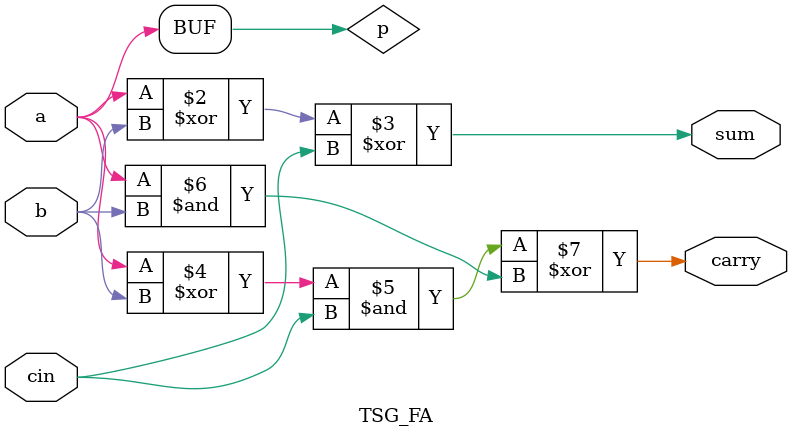
<source format=v>
`timescale 1ns / 1ps


module TSG_FA(input a,b,cin,  output sum,carry);

wire p,q;

assign p=a;
assign q=a^b;
assign sum=a^b^cin;
assign carry=(a^b)&(cin)^(a&b); 

endmodule

</source>
